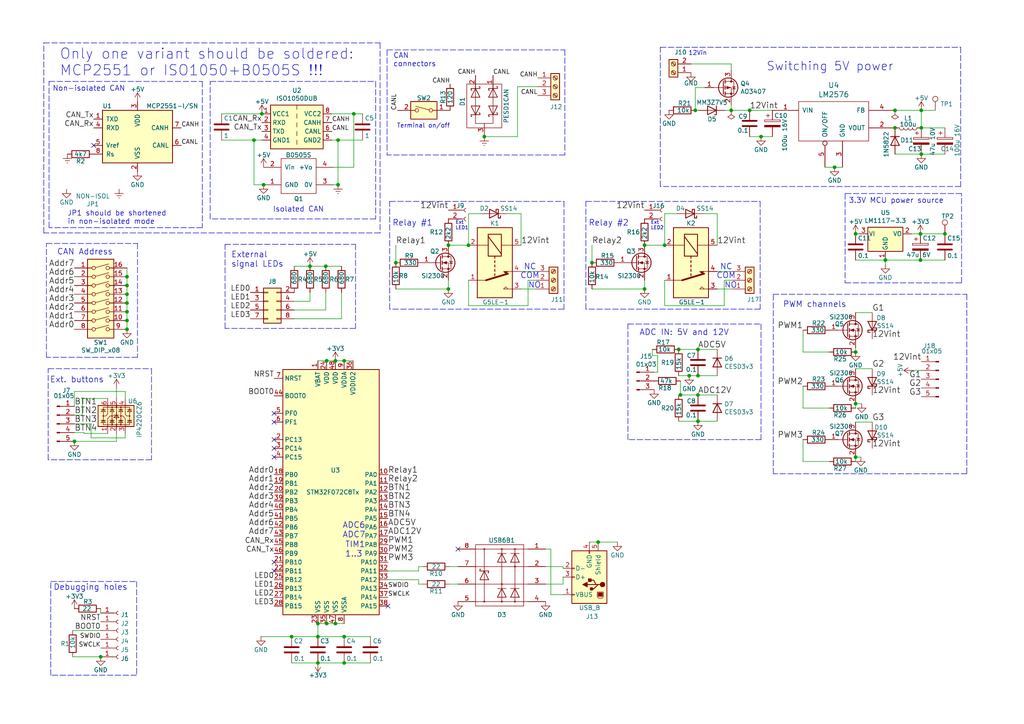
<source format=kicad_sch>
(kicad_sch (version 20211123) (generator eeschema)
  (paper "A4")
  (title_block (title "STM32F0x2 based USB<>CAN converter (isolated)") (company "SAO RAS"))
  (junction (at 36.83 90.424))
  (junction (at 36.83 95.504))
  (junction (at 99.822 192.278))
  (junction (at 201.676 32.004))
  (junction (at 259.588 37.084))
  (junction (at 242.062 48.514))
  (junction (at 36.83 87.884))
  (junction (at 192.786 71.12))
  (junction (at 94.742 104.648))
  (junction (at 92.202 192.278))
  (junction (at 36.83 82.804))
  (junction (at 92.202 180.848))
  (junction (at 220.726 39.624))
  (junction (at 248.158 117.094))
  (junction (at 248.158 102.108))
  (junction (at 266.954 67.818))
  (junction (at 248.158 67.818))
  (junction (at 199.898 108.966))
  (junction (at 21.59 128.016))
  (junction (at 267.208 32.004))
  (junction (at 248.158 132.588))
  (junction (at 102.616 33.02))
  (junction (at 197.358 114.554))
  (junction (at 73.66 40.64))
  (junction (at 173.482 157.226))
  (junction (at 76.454 53.594))
  (junction (at 84.582 184.658))
  (junction (at 99.822 184.658))
  (junction (at 212.09 32.004))
  (junction (at 266.954 75.438))
  (junction (at 29.21 190.5))
  (junction (at 97.282 104.648))
  (junction (at 267.208 37.084))
  (junction (at 259.588 32.004))
  (junction (at 202.438 114.554))
  (junction (at 202.438 101.346))
  (junction (at 217.424 32.004))
  (junction (at 171.704 76.2))
  (junction (at 89.916 77.216))
  (junction (at 267.208 44.704))
  (junction (at 256.794 75.438))
  (junction (at 114.808 76.2))
  (junction (at 36.83 80.264))
  (junction (at 94.742 180.848))
  (junction (at 130.048 83.82))
  (junction (at 36.83 85.344))
  (junction (at 135.89 71.12))
  (junction (at 186.944 83.82))
  (junction (at 196.85 101.346))
  (junction (at 75.946 33.02))
  (junction (at 99.822 104.648))
  (junction (at 98.044 53.594))
  (junction (at 97.282 180.848))
  (junction (at 36.83 92.964))
  (junction (at 92.202 184.658))
  (junction (at 186.944 71.12))
  (junction (at 274.066 67.818))
  (junction (at 140.462 39.624))
  (junction (at 130.048 71.12))
  (junction (at 98.044 40.64))
  (junction (at 94.488 77.216))
  (junction (at 202.438 108.966))
  (junction (at 202.438 122.174))
  (no_connect (at 79.502 130.048))
  (no_connect (at 323.85 199.898))
  (no_connect (at 79.502 163.068))
  (no_connect (at 27.178 42.164))
  (no_connect (at 323.85 193.548))
  (no_connect (at 323.85 180.848))
  (no_connect (at 323.85 187.198))
  (no_connect (at 79.502 165.608))
  (no_connect (at 112.522 175.768))
  (no_connect (at 79.502 127.508))
  (no_connect (at 79.502 122.428))
  (no_connect (at 79.502 119.888))
  (no_connect (at 79.502 132.588))
  (no_connect (at 323.85 217.932))
  (no_connect (at 132.842 159.258))
  (no_connect (at 323.85 205.232))
  (no_connect (at 323.85 211.582))
  (wire (pts (xy 202.438 122.174) (xy 196.85 122.174)))
  (wire (pts (xy 155.956 25.146) (xy 150.114 25.146)))
  (wire (pts (xy 89.916 77.216) (xy 94.488 77.216)))
  (polyline (pts (xy 39.878 70.612) (xy 39.878 103.632)))
  (wire (pts (xy 140.462 39.624) (xy 150.114 39.624)))
  (wire (pts (xy 256.794 76.708) (xy 256.794 75.438)))
  (wire (pts (xy 267.208 44.704) (xy 274.066 44.704)))
  (wire (pts (xy 200.406 18.542) (xy 212.09 18.542)))
  (wire (pts (xy 121.412 164.338) (xy 122.682 164.338)))
  (wire (pts (xy 92.202 184.658) (xy 92.202 180.848)))
  (wire (pts (xy 190.754 107.95) (xy 190.754 103.124)))
  (polyline (pts (xy 39.624 195.834) (xy 14.732 195.834)))
  (wire (pts (xy 197.358 110.49) (xy 197.358 114.554)))
  (wire (pts (xy 153.162 81.28) (xy 153.162 88.646)))
  (polyline (pts (xy 163.83 44.958) (xy 112.268 44.958)))
  (wire (pts (xy 202.438 101.346) (xy 208.026 101.346)))
  (polyline (pts (xy 163.576 89.662) (xy 113.03 89.662)))
  (wire (pts (xy 26.416 122.936) (xy 26.416 127)))
  (wire (pts (xy 196.85 101.346) (xy 202.438 101.346)))
  (polyline (pts (xy 169.926 89.662) (xy 169.926 58.42)))
  (wire (pts (xy 36.83 85.344) (xy 36.83 87.884)))
  (polyline (pts (xy 13.97 133.35) (xy 13.97 106.934)))
  (wire (pts (xy 94.742 180.848) (xy 97.282 180.848)))
  (wire (pts (xy 135.89 71.12) (xy 130.048 71.12)))
  (wire (pts (xy 36.322 127) (xy 36.322 125.73)))
  (wire (pts (xy 217.424 39.624) (xy 220.726 39.624)))
  (wire (pts (xy 163.322 164.846) (xy 163.322 164.338)))
  (wire (pts (xy 249.174 67.818) (xy 248.158 67.818)))
  (polyline (pts (xy 58.674 23.622) (xy 58.674 66.04)))
  (wire (pts (xy 23.876 115.57) (xy 23.876 120.396)))
  (wire (pts (xy 202.438 122.174) (xy 208.026 122.174)))
  (polyline (pts (xy 108.966 63.5) (xy 60.96 63.5)))
  (wire (pts (xy 274.066 67.818) (xy 266.954 67.818)))
  (wire (pts (xy 201.676 32.004) (xy 201.676 25.4)))
  (wire (pts (xy 155.448 81.28) (xy 153.162 81.28)))
  (wire (pts (xy 248.158 102.108) (xy 248.158 100.838)))
  (wire (pts (xy 76.454 53.594) (xy 73.66 53.594)))
  (wire (pts (xy 210.312 32.004) (xy 212.09 32.004)))
  (wire (pts (xy 84.582 192.278) (xy 92.202 192.278)))
  (wire (pts (xy 232.918 127.508) (xy 232.918 133.858)))
  (wire (pts (xy 96.774 48.514) (xy 102.616 48.514)))
  (wire (pts (xy 122.682 169.418) (xy 121.412 169.418)))
  (polyline (pts (xy 103.124 70.866) (xy 103.124 95.25)))
  (wire (pts (xy 99.822 104.648) (xy 102.362 104.648)))
  (polyline (pts (xy 103.124 95.25) (xy 65.278 95.25)))
  (polyline (pts (xy 278.638 13.716) (xy 278.638 54.102)))
  (polyline (pts (xy 112.268 14.478) (xy 163.83 14.478)))
  (wire (pts (xy 31.242 115.57) (xy 23.876 115.57)))
  (polyline (pts (xy 14.224 66.04) (xy 14.224 23.622)))
  (wire (pts (xy 33.782 128.016) (xy 33.782 125.73)))
  (wire (pts (xy 212.09 18.542) (xy 212.09 20.32)))
  (polyline (pts (xy 280.416 137.414) (xy 224.282 137.414)))
  (polyline (pts (xy 163.83 14.478) (xy 163.83 44.958)))
  (wire (pts (xy 159.766 172.466) (xy 159.766 159.258)))
  (wire (pts (xy 173.482 157.226) (xy 179.07 157.226)))
  (wire (pts (xy 264.668 107.442) (xy 267.208 107.442)))
  (wire (pts (xy 121.412 168.148) (xy 112.522 168.148)))
  (wire (pts (xy 85.344 77.216) (xy 89.916 77.216)))
  (wire (pts (xy 92.202 104.648) (xy 94.742 104.648)))
  (wire (pts (xy 21.59 113.538) (xy 36.322 113.538)))
  (polyline (pts (xy 110.236 67.564) (xy 12.7 67.564)))
  (wire (pts (xy 97.282 180.848) (xy 99.822 180.848)))
  (wire (pts (xy 274.066 75.438) (xy 266.954 75.438)))
  (polyline (pts (xy 13.462 103.632) (xy 13.462 70.612)))
  (wire (pts (xy 252.984 106.934) (xy 248.158 106.934)))
  (wire (pts (xy 171.704 83.82) (xy 186.944 83.82)))
  (wire (pts (xy 196.342 61.976) (xy 192.786 61.976)))
  (wire (pts (xy 135.89 88.646) (xy 135.89 81.28)))
  (polyline (pts (xy 182.118 93.98) (xy 220.726 93.98)))
  (wire (pts (xy 208.026 78.74) (xy 212.344 78.74)))
  (wire (pts (xy 151.13 78.74) (xy 155.448 78.74)))
  (polyline (pts (xy 12.7 67.564) (xy 12.7 12.446)))
  (polyline (pts (xy 278.892 82.042) (xy 278.892 56.134)))
  (wire (pts (xy 135.89 61.976) (xy 135.89 71.12)))
  (wire (pts (xy 102.616 33.02) (xy 105.156 33.02)))
  (wire (pts (xy 208.026 61.976) (xy 203.962 61.976)))
  (wire (pts (xy 249.936 117.094) (xy 248.158 117.094)))
  (wire (pts (xy 212.09 32.004) (xy 217.424 32.004)))
  (wire (pts (xy 158.242 159.258) (xy 159.766 159.258)))
  (wire (pts (xy 244.348 48.514) (xy 242.062 48.514)))
  (polyline (pts (xy 113.03 58.42) (xy 163.576 58.42)))
  (wire (pts (xy 114.808 76.2) (xy 114.808 71.12)))
  (polyline (pts (xy 224.282 137.414) (xy 224.282 85.344)))
  (wire (pts (xy 202.438 108.966) (xy 208.026 108.966)))
  (wire (pts (xy 92.202 180.848) (xy 94.742 180.848)))
  (wire (pts (xy 73.66 53.594) (xy 73.66 40.64)))
  (polyline (pts (xy 220.472 58.42) (xy 220.472 89.662)))
  (wire (pts (xy 267.208 32.004) (xy 259.588 32.004)))
  (polyline (pts (xy 110.236 12.446) (xy 110.236 67.564)))
  (polyline (pts (xy 220.726 127.508) (xy 182.118 127.508)))
  (wire (pts (xy 84.582 184.658) (xy 92.202 184.658)))
  (wire (pts (xy 264.414 67.818) (xy 266.954 67.818)))
  (polyline (pts (xy 65.278 95.25) (xy 65.278 70.866)))
  (polyline (pts (xy 182.118 127.508) (xy 182.118 93.98)))
  (wire (pts (xy 153.162 88.646) (xy 135.89 88.646)))
  (wire (pts (xy 202.438 108.966) (xy 199.898 108.966)))
  (wire (pts (xy 64.262 33.02) (xy 75.946 33.02)))
  (polyline (pts (xy 112.268 14.478) (xy 112.268 44.958)))
  (wire (pts (xy 102.616 48.514) (xy 102.616 33.02)))
  (wire (pts (xy 89.916 87.376) (xy 89.916 84.836)))
  (wire (pts (xy 170.942 157.226) (xy 173.482 157.226)))
  (wire (pts (xy 210.058 88.646) (xy 192.786 88.646)))
  (wire (pts (xy 232.918 95.758) (xy 232.918 102.108)))
  (wire (pts (xy 232.918 112.014) (xy 232.918 118.364)))
  (wire (pts (xy 232.918 133.858) (xy 240.538 133.858)))
  (wire (pts (xy 36.83 90.424) (xy 36.83 92.964)))
  (wire (pts (xy 98.044 53.594) (xy 96.774 53.594)))
  (wire (pts (xy 94.742 104.648) (xy 97.282 104.648)))
  (wire (pts (xy 151.13 61.976) (xy 147.066 61.976)))
  (wire (pts (xy 163.322 169.418) (xy 163.322 167.386)))
  (wire (pts (xy 155.448 83.82) (xy 151.13 83.82)))
  (wire (pts (xy 121.412 165.608) (xy 121.412 164.338)))
  (wire (pts (xy 75.692 184.658) (xy 84.582 184.658)))
  (wire (pts (xy 121.412 169.418) (xy 121.412 168.148)))
  (wire (pts (xy 232.918 118.364) (xy 240.538 118.364)))
  (wire (pts (xy 29.21 176.53) (xy 29.21 177.8)))
  (polyline (pts (xy 191.516 13.716) (xy 278.638 13.716)))
  (wire (pts (xy 189.23 103.124) (xy 189.23 101.346)))
  (wire (pts (xy 199.898 108.966) (xy 196.85 108.966)))
  (polyline (pts (xy 39.624 168.656) (xy 39.624 195.834)))
  (polyline (pts (xy 169.926 58.42) (xy 220.472 58.42)))
  (wire (pts (xy 274.066 37.084) (xy 267.208 37.084)))
  (wire (pts (xy 21.59 117.856) (xy 21.59 113.538)))
  (wire (pts (xy 36.83 80.264) (xy 36.83 82.804)))
  (wire (pts (xy 171.704 76.2) (xy 171.704 71.12)))
  (polyline (pts (xy 191.516 54.102) (xy 191.516 13.716)))
  (wire (pts (xy 158.242 169.418) (xy 163.322 169.418)))
  (wire (pts (xy 73.66 40.64) (xy 75.946 40.64)))
  (wire (pts (xy 33.782 112.522) (xy 33.782 115.57)))
  (polyline (pts (xy 278.892 56.134) (xy 245.11 56.134)))
  (wire (pts (xy 98.044 40.64) (xy 98.044 53.594)))
  (polyline (pts (xy 13.97 106.934) (xy 43.942 106.934)))
  (polyline (pts (xy 220.726 93.98) (xy 220.726 127.508)))
  (wire (pts (xy 85.344 89.916) (xy 94.488 89.916)))
  (wire (pts (xy 150.114 25.146) (xy 150.114 39.624)))
  (wire (pts (xy 21.59 128.016) (xy 33.782 128.016)))
  (wire (pts (xy 232.918 102.108) (xy 240.538 102.108)))
  (polyline (pts (xy 58.674 66.04) (xy 14.224 66.04)))
  (polyline (pts (xy 13.462 70.612) (xy 39.878 70.612)))
  (wire (pts (xy 202.438 114.554) (xy 208.026 114.554)))
  (wire (pts (xy 201.676 25.4) (xy 204.47 25.4)))
  (wire (pts (xy 217.424 32.004) (xy 224.028 32.004)))
  (wire (pts (xy 192.786 88.646) (xy 192.786 81.28)))
  (wire (pts (xy 36.83 77.724) (xy 36.83 80.264)))
  (polyline (pts (xy 14.732 168.656) (xy 39.624 168.656)))
  (wire (pts (xy 202.692 32.004) (xy 201.676 32.004)))
  (wire (pts (xy 112.522 165.608) (xy 121.412 165.608)))
  (wire (pts (xy 220.726 39.624) (xy 224.028 39.624)))
  (wire (pts (xy 26.416 127) (xy 36.322 127)))
  (wire (pts (xy 64.262 40.64) (xy 73.66 40.64)))
  (polyline (pts (xy 43.942 106.934) (xy 43.942 133.35)))
  (wire (pts (xy 92.202 184.658) (xy 99.822 184.658)))
  (polyline (pts (xy 12.7 12.446) (xy 110.236 12.446)))
  (polyline (pts (xy 278.638 54.102) (xy 191.516 54.102)))
  (wire (pts (xy 31.242 125.73) (xy 24.384 125.73)))
  (wire (pts (xy 114.808 83.82) (xy 130.048 83.82)))
  (wire (pts (xy 212.344 81.28) (xy 210.058 81.28)))
  (wire (pts (xy 94.488 89.916) (xy 94.488 84.836)))
  (wire (pts (xy 96.266 40.64) (xy 98.044 40.64)))
  (wire (pts (xy 212.344 83.82) (xy 208.026 83.82)))
  (wire (pts (xy 192.786 71.12) (xy 186.944 71.12)))
  (polyline (pts (xy 14.732 195.834) (xy 14.732 168.656)))
  (wire (pts (xy 252.984 90.678) (xy 248.158 90.678)))
  (polyline (pts (xy 163.576 58.42) (xy 163.576 89.662)))
  (wire (pts (xy 107.442 192.278) (xy 99.822 192.278)))
  (polyline (pts (xy 60.96 63.5) (xy 60.96 23.622)))
  (polyline (pts (xy 39.878 103.632) (xy 13.462 103.632)))
  (polyline (pts (xy 60.96 23.622) (xy 108.966 23.622)))
  (wire (pts (xy 36.83 87.884) (xy 36.83 90.424)))
  (wire (pts (xy 85.344 87.376) (xy 89.916 87.376)))
  (polyline (pts (xy 224.282 85.344) (xy 280.416 85.344)))
  (polyline (pts (xy 113.03 89.662) (xy 113.03 58.42)))
  (wire (pts (xy 97.282 104.648) (xy 99.822 104.648)))
  (polyline (pts (xy 43.942 133.35) (xy 13.97 133.35)))
  (wire (pts (xy 130.302 164.338) (xy 132.842 164.338)))
  (wire (pts (xy 163.322 172.466) (xy 159.766 172.466)))
  (wire (pts (xy 248.158 75.438) (xy 256.794 75.438)))
  (wire (pts (xy 36.322 113.538) (xy 36.322 115.57)))
  (wire (pts (xy 21.59 125.476) (xy 24.384 125.476)))
  (wire (pts (xy 21.082 190.5) (xy 29.21 190.5)))
  (polyline (pts (xy 14.224 23.622) (xy 58.674 23.622)))
  (wire (pts (xy 99.822 184.658) (xy 107.442 184.658)))
  (wire (pts (xy 212.09 32.004) (xy 212.09 30.48)))
  (wire (pts (xy 99.06 92.456) (xy 85.344 92.456)))
  (wire (pts (xy 36.83 92.964) (xy 36.83 95.504)))
  (wire (pts (xy 26.416 122.936) (xy 21.59 122.936)))
  (wire (pts (xy 130.048 83.82) (xy 130.048 81.28)))
  (polyline (pts (xy 245.11 56.134) (xy 245.11 82.042)))
  (wire (pts (xy 271.272 32.004) (xy 267.208 32.004)))
  (polyline (pts (xy 220.472 89.662) (xy 169.926 89.662)))
  (wire (pts (xy 29.21 182.88) (xy 21.082 182.88)))
  (wire (pts (xy 96.266 33.02) (xy 102.616 33.02)))
  (wire (pts (xy 210.058 81.28) (xy 210.058 88.646)))
  (wire (pts (xy 94.488 77.216) (xy 99.06 77.216)))
  (wire (pts (xy 248.158 133.858) (xy 248.158 132.588)))
  (wire (pts (xy 24.384 125.73) (xy 24.384 125.476)))
  (wire (pts (xy 256.794 75.438) (xy 266.954 75.438)))
  (polyline (pts (xy 245.11 82.042) (xy 278.892 82.042)))
  (wire (pts (xy 36.83 82.804) (xy 36.83 85.344)))
  (wire (pts (xy 189.738 107.95) (xy 190.754 107.95)))
  (wire (pts (xy 186.944 83.82) (xy 186.944 81.28)))
  (wire (pts (xy 190.754 103.124) (xy 189.23 103.124)))
  (wire (pts (xy 249.682 132.588) (xy 248.158 132.588)))
  (wire (pts (xy 242.062 48.514) (xy 239.268 48.514)))
  (wire (pts (xy 252.984 122.428) (xy 248.158 122.428)))
  (polyline (pts (xy 280.416 85.344) (xy 280.416 137.414)))
  (wire (pts (xy 99.06 84.836) (xy 99.06 92.456)))
  (wire (pts (xy 197.358 114.554) (xy 202.438 114.554)))
  (wire (pts (xy 92.202 192.278) (xy 99.822 192.278)))
  (wire (pts (xy 248.158 118.364) (xy 248.158 117.094)))
  (wire (pts (xy 163.322 164.338) (xy 158.242 164.338)))
  (wire (pts (xy 139.446 61.976) (xy 135.89 61.976)))
  (wire (pts (xy 267.208 44.704) (xy 259.588 44.704)))
  (wire (pts (xy 132.842 169.418) (xy 130.302 169.418)))
  (polyline (pts (xy 65.278 70.866) (xy 103.124 70.866)))
  (wire (pts (xy 208.026 71.12) (xy 208.026 61.976)))
  (polyline (pts (xy 108.966 23.622) (xy 108.966 63.5)))
  (wire (pts (xy 196.85 114.554) (xy 197.358 114.554)))
  (wire (pts (xy 267.208 37.084) (xy 267.208 32.004)))
  (wire (pts (xy 23.876 120.396) (xy 21.59 120.396)))
  (wire (pts (xy 105.156 40.64) (xy 98.044 40.64)))
  (wire (pts (xy 192.786 61.976) (xy 192.786 71.12)))
  (wire (pts (xy 151.13 71.12) (xy 151.13 61.976)))
  (text "3.3V MCU power source" (at 246.126 59.182 0) (effects (font (size 1.524 1.524)) (justify left bottom)))
  (text "NO" (at 210.058 83.82 0) (effects (font (size 1.7018 1.7018)) (justify left bottom)))
  (text "Ext\nLED2" (at 188.722 66.802 0) (effects (font (size 0.9906 0.9906)) (justify left bottom)))
  (text "Relay #1" (at 113.792 65.786 0) (effects (font (size 1.7018 1.7018)) (justify left bottom)))
  (text "NC" (at 208.788 78.486 0) (effects (font (size 1.7018 1.7018)) (justify left bottom)))
  (text "Ext\nLED1" (at 132.08 66.802 0) (effects (font (size 0.9906 0.9906)) (justify left bottom)))
  (text "Isolated CAN" (at 93.98 61.722 180) (effects (font (size 1.524 1.524)) (justify right bottom)))
  (text "ADC6\nADC7" (at 99.314 156.21 0) (effects (font (size 1.7018 1.7018)) (justify left bottom)))
  (text "External\nsignal LEDs" (at 67.056 77.724 0) (effects (font (size 1.7018 1.7018)) (justify left bottom)))
  (text "CAN\nconnectors" (at 114.046 19.558 0) (effects (font (size 1.4986 1.4986)) (justify left bottom)))
  (text "NC" (at 151.892 78.486 0) (effects (font (size 1.7018 1.7018)) (justify left bottom)))
  (text "Ext. buttons" (at 14.478 111.252 0) (effects (font (size 1.7018 1.7018)) (justify left bottom)))
  (text "TIM1\n1..3" (at 100.076 161.798 0) (effects (font (size 1.7018 1.7018)) (justify left bottom)))
  (text "CAN Address" (at 16.51 74.168 0) (effects (font (size 1.7018 1.7018)) (justify left bottom)))
  (text "Relay #2" (at 170.688 65.786 0) (effects (font (size 1.7018 1.7018)) (justify left bottom)))
  (text "Non-isolated CAN" (at 36.322 26.67 180) (effects (font (size 1.524 1.524)) (justify right bottom)))
  (text "Debugging holes" (at 15.494 171.45 0) (effects (font (size 1.7018 1.7018)) (justify left bottom)))
  (text "COM" (at 150.876 81.026 0) (effects (font (size 1.7018 1.7018)) (justify left bottom)))
  (text "ADC IN: 5V and 12V" (at 185.42 97.536 0) (effects (font (size 1.7018 1.7018)) (justify left bottom)))
  (text "NO" (at 153.162 83.82 0) (effects (font (size 1.7018 1.7018)) (justify left bottom)))
  (text "Only one variant should be soldered:\nMCP2551 or ISO1050+B0505S !!!" (at 17.272 22.352 0) (effects (font (size 2.9972 2.9972)) (justify left bottom)))
  (text "PWM channels" (at 227.076 89.408 0) (effects (font (size 1.7018 1.7018)) (justify left bottom)))
  (text "JP1 should be shortened \nin non-isolated mode" (at 19.558 65.278 0) (effects (font (size 1.4986 1.4986)) (justify left bottom)))
  (text "Switching 5V power" (at 222.25 20.828 0) (effects (font (size 2.4892 2.4892)) (justify left bottom)))
  (text "12Vin" (at 199.644 16.256 0) (effects (font (size 1.27 1.27)) (justify left bottom)))
  (text "Terminal on/off" (at 115.062 37.338 0) (effects (font (size 1.27 1.27)) (justify left bottom)))
  (text "COM" (at 207.772 81.026 0) (effects (font (size 1.7018 1.7018)) (justify left bottom)))
  (label "SWDIO" (at 29.21 185.42 180))
  (label "ADC5V" (at 202.438 101.346 0) (effects (font (size 1.7018 1.7018))))
  (label "BTN3" (at 112.522 147.828 0) (effects (font (size 1.7018 1.7018))))
  (label "12Vint" (at 252.984 114.554 0) (effects (font (size 1.7018 1.7018))))
  (label "Addr3" (at 79.502 145.288 180) (effects (font (size 1.7018 1.7018))))
  (label "CANL" (at 155.956 27.686 180))
  (label "Relay1" (at 112.522 137.668 0) (effects (font (size 1.7018 1.7018))))
  (label "12Vint" (at 186.944 60.96 180) (effects (font (size 1.7018 1.7018))))
  (label "CANL" (at 115.316 32.004 90))
  (label "PWM1" (at 112.522 157.988 0) (effects (font (size 1.7018 1.7018))))
  (label "CANH" (at 137.922 21.844 180))
  (label "CAN_Rx" (at 27.178 37.084 180) (effects (font (size 1.524 1.524))))
  (label "LED3" (at 72.644 92.456 180) (effects (font (size 1.524 1.524))))
  (label "G2" (at 267.208 112.522 180) (effects (font (size 1.7018 1.7018))))
  (label "Addr1" (at 21.59 92.964 180) (effects (font (size 1.7018 1.7018))))
  (label "CANL" (at 96.266 38.1 0))
  (label "Addr7" (at 21.59 77.724 180) (effects (font (size 1.7018 1.7018))))
  (label "LED1" (at 79.502 170.688 180) (effects (font (size 1.524 1.524))))
  (label "PWM3" (at 112.522 163.068 0) (effects (font (size 1.7018 1.7018))))
  (label "G1" (at 267.208 109.982 180) (effects (font (size 1.7018 1.7018))))
  (label "ADC5V" (at 112.522 152.908 0) (effects (font (size 1.7018 1.7018))))
  (label "Addr0" (at 21.59 95.504 180) (effects (font (size 1.7018 1.7018))))
  (label "Addr6" (at 79.502 152.908 180) (effects (font (size 1.7018 1.7018))))
  (label "PWM2" (at 112.522 160.528 0) (effects (font (size 1.7018 1.7018))))
  (label "NRST" (at 79.502 109.728 180) (effects (font (size 1.524 1.524))))
  (label "PWM1" (at 232.918 95.758 180) (effects (font (size 1.7018 1.7018))))
  (label "Relay1" (at 114.808 71.12 0) (effects (font (size 1.7018 1.7018))))
  (label "12Vint" (at 208.026 71.12 0) (effects (font (size 1.7018 1.7018))))
  (label "Addr5" (at 21.59 82.804 180) (effects (font (size 1.7018 1.7018))))
  (label "G2" (at 252.984 106.934 0) (effects (font (size 1.7018 1.7018))))
  (label "Addr3" (at 21.59 87.884 180) (effects (font (size 1.7018 1.7018))))
  (label "BTN2" (at 112.522 145.288 0) (effects (font (size 1.7018 1.7018))))
  (label "12Vint" (at 252.984 98.298 0) (effects (font (size 1.7018 1.7018))))
  (label "PWM3" (at 232.918 127.508 180) (effects (font (size 1.7018 1.7018))))
  (label "CANL" (at 52.578 42.164 0))
  (label "LED3" (at 79.502 175.768 180) (effects (font (size 1.524 1.524))))
  (label "CAN_Tx" (at 75.946 38.1 180) (effects (font (size 1.524 1.524))))
  (label "PWM2" (at 232.918 112.014 180) (effects (font (size 1.7018 1.7018))))
  (label "Addr2" (at 21.59 90.424 180) (effects (font (size 1.7018 1.7018))))
  (label "SWDIO" (at 112.522 170.688 0))
  (label "BOOT0" (at 79.502 114.808 180) (effects (font (size 1.524 1.524))))
  (label "LED2" (at 79.502 173.228 180) (effects (font (size 1.524 1.524))))
  (label "CAN_Tx" (at 27.178 34.544 180) (effects (font (size 1.524 1.524))))
  (label "BTN4" (at 21.59 125.476 0) (effects (font (size 1.7018 1.7018))))
  (label "BTN2" (at 21.59 120.396 0) (effects (font (size 1.7018 1.7018))))
  (label "Addr7" (at 79.502 155.448 180) (effects (font (size 1.7018 1.7018))))
  (label "LED1" (at 72.644 87.376 180) (effects (font (size 1.524 1.524))))
  (label "BTN4" (at 112.522 150.368 0) (effects (font (size 1.7018 1.7018))))
  (label "G3" (at 252.984 122.428 0) (effects (font (size 1.7018 1.7018))))
  (label "CANL" (at 143.002 21.844 0))
  (label "CAN_Tx" (at 79.502 160.528 180) (effects (font (size 1.524 1.524))))
  (label "12Vint" (at 130.048 60.96 180) (effects (font (size 1.7018 1.7018))))
  (label "CANH" (at 96.266 35.56 0))
  (label "Addr1" (at 79.502 140.208 180) (effects (font (size 1.7018 1.7018))))
  (label "ADC12V" (at 202.438 114.554 0) (effects (font (size 1.7018 1.7018))))
  (label "G1" (at 252.984 90.678 0) (effects (font (size 1.7018 1.7018))))
  (label "Addr4" (at 21.59 85.344 180) (effects (font (size 1.7018 1.7018))))
  (label "BOOT0" (at 29.21 182.88 180) (effects (font (size 1.524 1.524))))
  (label "12Vint" (at 151.13 71.12 0) (effects (font (size 1.7018 1.7018))))
  (label "BTN1" (at 21.59 117.856 0) (effects (font (size 1.7018 1.7018))))
  (label "Relay2" (at 112.522 140.208 0) (effects (font (size 1.7018 1.7018))))
  (label "CANH" (at 52.578 37.084 0))
  (label "ADC12V" (at 112.522 155.448 0) (effects (font (size 1.7018 1.7018))))
  (label "SWCLK" (at 112.522 173.228 0))
  (label "CANH" (at 155.956 22.606 180))
  (label "NRST" (at 29.21 180.34 180) (effects (font (size 1.524 1.524))))
  (label "Relay2" (at 171.704 71.12 0) (effects (font (size 1.7018 1.7018))))
  (label "Addr6" (at 21.59 80.264 180) (effects (font (size 1.7018 1.7018))))
  (label "12Vint" (at 267.208 104.902 180) (effects (font (size 1.7018 1.7018))))
  (label "Addr2" (at 79.502 142.748 180) (effects (font (size 1.7018 1.7018))))
  (label "Addr0" (at 79.502 137.668 180) (effects (font (size 1.7018 1.7018))))
  (label "LED2" (at 72.644 89.916 180) (effects (font (size 1.524 1.524))))
  (label "LED0" (at 79.502 168.148 180) (effects (font (size 1.524 1.524))))
  (label "CAN_Rx" (at 79.502 157.988 180) (effects (font (size 1.524 1.524))))
  (label "12Vint" (at 252.984 130.048 0) (effects (font (size 1.7018 1.7018))))
  (label "Addr4" (at 79.502 147.828 180) (effects (font (size 1.7018 1.7018))))
  (label "LED0" (at 72.644 84.836 180) (effects (font (size 1.524 1.524))))
  (label "Addr5" (at 79.502 150.368 180) (effects (font (size 1.7018 1.7018))))
  (label "12Vint" (at 217.424 32.004 0) (effects (font (size 1.7018 1.7018))))
  (label "BTN1" (at 112.522 142.748 0) (effects (font (size 1.7018 1.7018))))
  (label "SWCLK" (at 29.21 187.96 180))
  (label "CAN_Rx" (at 75.946 35.56 180) (effects (font (size 1.524 1.524))))
  (label "CANH" (at 130.556 24.384 180))
  (label "BTN3" (at 21.59 122.936 0) (effects (font (size 1.7018 1.7018))))
  (label "G3" (at 267.208 115.062 180) (effects (font (size 1.7018 1.7018))))
  (symbol (lib_id "stm32-rescue:C") (at 84.582 188.468 0) (unit 1)
    (property "Reference" "C2" (at 85.217 185.928 0) (effects (justify left)))
    (property "Value" "0.1" (at 85.217 191.008 0) (effects (justify left)))
    (property "Footprint" "Capacitor_SMD:C_0603_1608Metric_Pad1.05x0.95mm_HandSolder" (effects hide))
  )
  (symbol (lib_id "stm32-rescue:MCP2551-I_SN") (at 39.878 39.624 0) (unit 1)
    (property "Reference" "U1" (at 29.718 30.734 0) (effects (justify left)))
    (property "Value" "MCP2551-I/SN" (at 42.418 30.734 0) (effects (justify left)))
    (property "Footprint" "Package_SO:SOIC-8_3.9x4.9mm_P1.27mm" (effects hide))
  )
  (symbol (lib_id "stm32-rescue:+5V") (at 248.158 67.818 0) (unit 1)
    (property "Reference" "#PWR033" (effects hide))
    (property "Value" "+5V" (at 248.158 64.262 0))
  )
  (symbol (lib_id "stm32-rescue:GND") (at 256.794 76.708 0) (unit 1)
    (property "Reference" "#PWR037" (effects hide))
    (property "Value" "GND" (at 256.794 80.518 0))
  )
  (symbol (lib_id "stm32-rescue:CP") (at 266.954 71.628 0) (unit 1)
    (property "Reference" "C12" (at 267.589 69.088 0) (effects (justify left)))
    (property "Value" "47u 6V" (at 262.89 73.914 0) (effects (justify left)))
    (property "Footprint" "Capacitor_Tantalum_SMD:CP_EIA-3216-18_Kemet-A_Pad1.58x1.35mm_HandSolder" (effects hide))
  )
  (symbol (lib_id "stm32-rescue:+3.3V") (at 266.954 67.818 0) (unit 1)
    (property "Reference" "#PWR039" (effects hide))
    (property "Value" "+3.3V" (at 266.954 64.262 0))
  )
  (symbol (lib_id "elements:PESD1CAN") (at 143.002 29.464 270) (unit 1)
    (property "Reference" "D1" (at 134.112 29.464 0))
    (property "Value" "PESD1CAN" (at 146.812 30.734 0))
    (property "Footprint" "TO_SOT_Packages_SMD:SOT-23" (effects hide))
  )
  (symbol (lib_id "stm32-rescue:+5V") (at 39.878 29.464 0) (unit 1)
    (property "Reference" "#PWR07" (effects hide))
    (property "Value" "+5V" (at 39.878 25.908 0))
  )
  (symbol (lib_id "stm32-rescue:R") (at 23.368 44.704 270) (unit 1)
    (property "Reference" "R2" (at 23.368 46.736 90))
    (property "Value" "4k7" (at 23.368 44.704 90))
    (property "Footprint" "Resistor_SMD:R_0603_1608Metric_Pad1.05x0.95mm_HandSolder" (effects hide))
  )
  (symbol (lib_id "stm32-rescue:R") (at 130.556 28.194 180) (unit 1)
    (property "Reference" "R13" (at 128.524 28.194 90))
    (property "Value" "120" (at 130.556 28.194 90))
    (property "Footprint" "Resistor_SMD:R_1210_3225Metric_Pad1.42x2.65mm_HandSolder" (effects hide))
  )
  (symbol (lib_id "stm32-rescue:C") (at 92.202 188.468 0) (unit 1)
    (property "Reference" "C3" (at 92.837 185.928 0) (effects (justify left)))
    (property "Value" "0.1" (at 92.837 191.008 0) (effects (justify left)))
    (property "Footprint" "Capacitor_SMD:C_0603_1608Metric_Pad1.05x0.95mm_HandSolder" (effects hide))
  )
  (symbol (lib_id "stm32-rescue:C") (at 99.822 188.468 0) (unit 1)
    (property "Reference" "C4" (at 100.457 185.928 0) (effects (justify left)))
    (property "Value" "0.1" (at 100.457 191.008 0) (effects (justify left)))
    (property "Footprint" "Capacitor_SMD:C_0603_1608Metric_Pad1.05x0.95mm_HandSolder" (effects hide))
  )
  (symbol (lib_id "elements:USB6B1") (at 145.542 166.878 0) (mirror y) (unit 1)
    (property "Reference" "D3" (at 145.542 178.308 0))
    (property "Value" "USB6B1" (at 145.542 156.718 0))
    (property "Footprint" "Package_SO:SOIC-8_3.9x4.9mm_P1.27mm" (effects hide))
  )
  (symbol (lib_id "stm32-rescue:+3.3V") (at 92.202 192.278 180) (unit 1)
    (property "Reference" "#PWR015" (effects hide))
    (property "Value" "+3.3V" (at 92.202 195.834 0))
  )
  (symbol (lib_id "stm32-rescue:GND") (at 75.692 184.658 0) (unit 1)
    (property "Reference" "#PWR010" (effects hide))
    (property "Value" "GND" (at 75.692 188.468 0))
  )
  (symbol (lib_id "stm32-rescue:GND") (at 132.842 174.498 0) (unit 1)
    (property "Reference" "#PWR019" (effects hide))
    (property "Value" "GND" (at 132.842 178.308 0))
  )
  (symbol (lib_id "stm32-rescue:C") (at 107.442 188.468 0) (unit 1)
    (property "Reference" "C6" (at 108.077 185.928 0) (effects (justify left)))
    (property "Value" "0.1" (at 108.077 191.008 0) (effects (justify left)))
    (property "Footprint" "Capacitor_SMD:C_0603_1608Metric_Pad1.05x0.95mm_HandSolder" (effects hide))
  )
  (symbol (lib_id "stm32-rescue:PWR_FLAG") (at 259.588 32.004 180) (unit 1)
    (property "Reference" "#FLG03" (effects hide))
    (property "Value" "PWR_FLAG" (effects hide))
  )
  (symbol (lib_id "stm32-rescue:GND") (at 158.242 174.498 0) (unit 1)
    (property "Reference" "#PWR021" (effects hide))
    (property "Value" "GND" (at 158.242 178.308 0))
  )
  (symbol (lib_id "stm32-rescue:CONN_01X01") (at 328.93 180.848 0) (unit 1)
    (property "Reference" "P1" (at 328.93 178.308 0))
    (property "Value" "Hole" (at 331.47 180.848 90))
    (property "Footprint" "my_footprints:Hole_3mm" (effects hide))
  )
  (symbol (lib_id "stm32-rescue:CONN_01X01") (at 328.93 187.198 0) (unit 1)
    (property "Reference" "P2" (at 328.93 184.658 0))
    (property "Value" "Hole" (at 331.47 187.198 90))
    (property "Footprint" "my_footprints:Hole_3mm" (effects hide))
  )
  (symbol (lib_id "stm32-rescue:CONN_01X01") (at 328.93 193.548 0) (unit 1)
    (property "Reference" "P3" (at 328.93 191.008 0))
    (property "Value" "Hole" (at 331.47 193.548 90))
    (property "Footprint" "my_footprints:Hole_3mm" (effects hide))
  )
  (symbol (lib_id "stm32-rescue:CONN_01X01") (at 328.93 199.898 0) (unit 1)
    (property "Reference" "P4" (at 328.93 197.358 0))
    (property "Value" "Hole" (at 331.47 199.898 90))
    (property "Footprint" "my_footprints:Hole_3mm" (effects hide))
  )
  (symbol (lib_id "stm32-rescue:R") (at 126.492 164.338 270) (unit 1)
    (property "Reference" "R10" (at 126.492 166.37 90))
    (property "Value" "22" (at 126.492 164.338 90))
    (property "Footprint" "Resistor_SMD:R_0603_1608Metric_Pad1.05x0.95mm_HandSolder" (effects hide))
  )
  (symbol (lib_id "stm32-rescue:R") (at 126.492 169.418 270) (unit 1)
    (property "Reference" "R11" (at 126.492 171.45 90))
    (property "Value" "22" (at 126.492 169.418 90))
    (property "Footprint" "Resistor_SMD:R_0603_1608Metric_Pad1.05x0.95mm_HandSolder" (effects hide))
  )
  (symbol (lib_id "Interface_CAN_LIN:ISO1050DUB") (at 86.106 35.56 0) (unit 1)
    (property "Reference" "U2" (at 86.106 26.2382 0))
    (property "Value" "ISO1050DUB" (at 86.106 28.5496 0))
    (property "Footprint" "Package_SO:SOP-8_6.62x9.15mm_P2.54mm" (effects hide))
    (property "Datasheet" "http://www.ti.com/lit/ds/symlink/iso1050.pdf" (effects hide))
  )
  (symbol (lib_id "elements:B0505S") (at 86.614 51.054 0) (unit 1)
    (property "Reference" "Q1" (at 86.614 57.658 0))
    (property "Value" "B0505S" (at 86.614 44.958 0))
    (property "Footprint" "my_footprints:B0x0xS" (effects hide))
  )
  (symbol (lib_id "Connector:USB_B") (at 170.942 167.386 180) (unit 1)
    (property "Reference" "J13" (at 169.926 178.816 0) (effects (justify right)))
    (property "Value" "USB_B" (at 167.894 176.276 0) (effects (justify right)))
    (property "Footprint" "Connectors_USB:USB_B_OST_USB-B1HSxx_Horizontal" (effects hide))
    (property "Datasheet" " ~" (effects hide))
  )
  (symbol (lib_id "stm32-rescue:GND") (at 179.07 157.226 0) (unit 1)
    (property "Reference" "#PWR024" (effects hide))
    (property "Value" "GND" (at 179.07 161.036 0))
  )
  (symbol (lib_id "MCU_ST_STM32F0:STM32F072C8Tx") (at 97.282 142.748 0) (unit 1)
    (property "Reference" "U3" (at 97.282 136.398 0))
    (property "Value" "STM32F072C8Tx" (at 96.52 142.748 0))
    (property "Footprint" "Package_QFP:LQFP-48_7x7mm_P0.5mm" (effects hide))
    (property "Datasheet" "http://www.st.com/st-web-ui/static/active/en/resource/technical/document/datasheet/DM00090510.pdf" (effects hide))
  )
  (symbol (lib_id "stm32-rescue:+3.3V") (at 97.282 104.648 0) (unit 1)
    (property "Reference" "#PWR016" (effects hide))
    (property "Value" "+3.3V" (at 97.282 101.092 0))
  )
  (symbol (lib_id "Connector:Screw_Terminal_01x03") (at 161.036 25.146 0) (unit 1)
    (property "Reference" "J12" (at 159.512 30.988 0) (effects (justify left)))
    (property "Value" "Screw_Terminal_01x03" (effects hide))
    (property "Footprint" "TerminalBlock_Phoenix:TerminalBlock_Phoenix_MKDS-1,5-3_1x03_P5.00mm_Horizontal" (effects hide))
  )
  (symbol (lib_id "stm32-rescue:C") (at 274.066 71.628 0) (unit 1)
    (property "Reference" "C15" (at 274.701 69.088 0) (effects (justify left)))
    (property "Value" "0.1" (at 274.701 74.168 0) (effects (justify left)))
    (property "Footprint" "Capacitor_SMD:C_0603_1608Metric_Pad1.05x0.95mm_HandSolder" (effects hide))
  )
  (symbol (lib_id "Switch:SW_DIP_x01") (at 122.936 32.004 0) (mirror y) (unit 1)
    (property "Reference" "SW2" (at 122.936 28.448 0))
    (property "Value" "SW_DIP_x01" (effects hide))
    (property "Footprint" "Button_Switch_THT:SW_DIP_SPSTx01_Slide_6.7x4.1mm_W7.62mm_P2.54mm_LowProfile" (effects hide))
  )
  (symbol (lib_id "stm32-rescue:+5V") (at 76.454 48.514 0) (unit 1)
    (property "Reference" "#PWR012" (effects hide))
    (property "Value" "+5V" (at 76.454 44.958 0))
  )
  (symbol (lib_id "stm32-rescue:+5V") (at 75.946 33.02 0) (unit 1)
    (property "Reference" "#PWR011" (effects hide))
    (property "Value" "+5V" (at 75.946 29.464 0))
  )
  (symbol (lib_id "stm32-rescue:+5V") (at 267.208 32.004 0) (unit 1)
    (property "Reference" "#PWR040" (effects hide))
    (property "Value" "+5V" (at 267.208 28.448 0))
  )
  (symbol (lib_id "Regulator_Linear:LM1117-3.3") (at 256.794 67.818 0) (unit 1)
    (property "Reference" "U5" (at 256.794 61.6712 0))
    (property "Value" "LM1117-3.3" (at 256.794 63.9826 0))
    (property "Footprint" "TO_SOT_Packages_SMD:SOT-223-3_TabPin2" (effects hide))
    (property "Datasheet" "http://www.ti.com/lit/ds/symlink/lm1117.pdf" (effects hide))
  )
  (symbol (lib_id "stm32-rescue:C") (at 248.158 71.628 0) (unit 1)
    (property "Reference" "C11" (at 248.793 69.088 0) (effects (justify left)))
    (property "Value" "0.1" (at 248.793 74.168 0) (effects (justify left)))
    (property "Footprint" "Capacitor_SMD:C_0603_1608Metric_Pad1.05x0.95mm_HandSolder" (effects hide))
  )
  (symbol (lib_id "stm32-rescue:C") (at 105.156 36.83 0) (unit 1)
    (property "Reference" "C5" (at 105.791 34.29 0) (effects (justify left)))
    (property "Value" "1" (at 105.791 39.37 0) (effects (justify left)))
    (property "Footprint" "Capacitor_SMD:C_0805_2012Metric_Pad1.15x1.40mm_HandSolder" (effects hide))
  )
  (symbol (lib_id "stm32-rescue:C") (at 64.262 36.83 0) (unit 1)
    (property "Reference" "C1" (at 64.897 34.29 0) (effects (justify left)))
    (property "Value" "1" (at 64.897 39.37 0) (effects (justify left)))
    (property "Footprint" "Capacitor_SMD:C_0805_2012Metric_Pad1.15x1.40mm_HandSolder" (effects hide))
  )
  (symbol (lib_id "Device:Jumper") (at 26.924 54.864 0) (unit 1)
    (property "Reference" "JP1" (at 26.924 59.182 0))
    (property "Value" "NON-ISOL" (at 26.924 56.896 0))
    (property "Footprint" "Resistor_THT:R_Axial_DIN0207_L6.3mm_D2.5mm_P5.08mm_Vertical" (effects hide))
  )
  (symbol (lib_id "stm32-rescue:GND") (at 19.304 54.864 0) (unit 1)
    (property "Reference" "#PWR01" (effects hide))
    (property "Value" "GND" (at 19.304 58.674 0))
  )
  (symbol (lib_id "power:Earth") (at 34.544 54.864 0) (unit 1)
    (property "Reference" "#PWR05" (effects hide))
    (property "Value" "Earth" (effects hide))
  )
  (symbol (lib_id "power:Earth") (at 19.558 44.704 0) (unit 1)
    (property "Reference" "#PWR02" (effects hide))
    (property "Value" "Earth" (effects hide))
  )
  (symbol (lib_id "power:Earth") (at 140.462 39.624 0) (unit 1)
    (property "Reference" "#PWR020" (effects hide))
    (property "Value" "Earth" (effects hide))
  )
  (symbol (lib_id "power:Earth") (at 98.044 53.594 0) (unit 1)
    (property "Reference" "#PWR017" (effects hide))
    (property "Value" "Earth" (effects hide))
  )
  (symbol (lib_id "stm32-rescue:GND") (at 76.454 53.594 0) (unit 1)
    (property "Reference" "#PWR013" (effects hide))
    (property "Value" "GND" (at 76.454 57.404 0))
  )
  (symbol (lib_id "stm32-rescue:GND") (at 39.878 49.784 0) (unit 1)
    (property "Reference" "#PWR08" (effects hide))
    (property "Value" "GND" (at 39.878 53.594 0))
  )
  (symbol (lib_id "Connector:Screw_Terminal_01x02") (at 195.326 21.082 180) (unit 1)
    (property "Reference" "J10" (at 197.4088 15.1638 0))
    (property "Value" "Screw_Terminal_01x02" (effects hide))
    (property "Footprint" "TerminalBlock_Phoenix:TerminalBlock_Phoenix_MKDS-1,5-2_1x02_P5.00mm_Horizontal" (effects hide))
  )
  (symbol (lib_id "Device:Q_PMOS_GSD") (at 209.55 25.4 0) (unit 1)
    (property "Reference" "Q4" (at 214.7316 24.2316 0) (effects (justify left)))
    (property "Value" "AO3407" (at 214.7316 26.543 0) (effects (justify left)))
    (property "Footprint" "TO_SOT_Packages_SMD:SOT-23_Handsoldering" (effects hide))
  )
  (symbol (lib_id "Device:D_Zener") (at 206.502 32.004 180) (unit 1)
    (property "Reference" "D5" (at 206.502 34.544 0))
    (property "Value" "MM3Z7V5" (at 206.502 29.718 0))
    (property "Footprint" "Diode_SMD:D_0805_2012Metric_Pad1.15x1.40mm_HandSolder" (effects hide))
  )
  (symbol (lib_id "Device:R") (at 197.866 32.004 270) (unit 1)
    (property "Reference" "R21" (at 196.596 29.972 90) (effects (justify left)))
    (property "Value" "10k" (at 196.342 32.004 90) (effects (justify left)))
    (property "Footprint" "Resistor_SMD:R_0603_1608Metric_Pad1.05x0.95mm_HandSolder" (effects hide))
  )
  (symbol (lib_id "stm32-rescue:GND") (at 194.056 32.004 0) (unit 1)
    (property "Reference" "#PWR027" (effects hide))
    (property "Value" "GND" (at 194.056 35.814 0))
  )
  (symbol (lib_id "Device:C_Polarized") (at 224.028 35.814 0) (unit 1)
    (property "Reference" "C10" (at 224.536 33.528 0) (effects (justify left)))
    (property "Value" "100u 16V" (at 227.584 43.942 90) (effects (justify left)))
    (property "Footprint" "Capacitor_THT:CP_Radial_D8.0mm_P3.50mm" (effects hide))
  )
  (symbol (lib_id "Device:C") (at 217.424 35.814 0) (unit 1)
    (property "Reference" "C9" (at 214.122 33.782 0) (effects (justify left)))
    (property "Value" "0.1" (at 213.868 37.846 0) (effects (justify left)))
    (property "Footprint" "Capacitor_SMD:C_0603_1608Metric_Pad1.05x0.95mm_HandSolder" (effects hide))
  )
  (symbol (lib_id "Device:C_Polarized") (at 267.208 40.894 0) (unit 1)
    (property "Reference" "C13" (at 263.398 43.18 0) (effects (justify left)))
    (property "Value" "47u 10V" (at 270.51 45.212 90) (effects (justify left)))
    (property "Footprint" "Capacitor_Tantalum_SMD:CP_EIA-6032-28_Kemet-C_Pad2.25x2.35mm_HandSolder" (effects hide))
  )
  (symbol (lib_id "vreg:LM2576") (at 241.808 34.544 0) (unit 1)
    (property "Reference" "U4" (at 241.808 24.7142 0) (effects (font (size 1.524 1.524))))
    (property "Value" "LM2576" (at 241.808 27.4066 0) (effects (font (size 1.524 1.524))))
    (property "Footprint" "TO_SOT_Packages_THT:TO-220-5_P3.4x3.7mm_StaggerEven_Lead3.8mm_Vertical" (effects hide))
    (property "Manufacturer" "Texas Instruments" (effects hide))
  )
  (symbol (lib_id "Device:D") (at 259.588 40.894 270) (unit 1)
    (property "Reference" "D11" (at 261.112 40.64 90) (effects (justify left)))
    (property "Value" "1N5822" (at 257.048 38.1 0) (effects (justify left)))
    (property "Footprint" "Diode_THT:D_DO-201_P3.81mm_Vertical_AnodeUp" (effects hide))
  )
  (symbol (lib_id "Device:L") (at 263.398 37.084 270) (unit 1)
    (property "Reference" "L1" (at 263.398 34.29 90))
    (property "Value" "100u" (at 263.398 36.068 90))
    (property "Footprint" "Inductor_SMD:L_12x12mm_H4.5mm" (effects hide))
  )
  (symbol (lib_id "stm32-rescue:GND") (at 242.062 48.514 0) (unit 1)
    (property "Reference" "#PWR032" (effects hide))
    (property "Value" "GND" (at 242.062 52.324 0))
  )
  (symbol (lib_id "stm32-rescue:GND") (at 267.208 44.704 0) (unit 1)
    (property "Reference" "#PWR041" (effects hide))
    (property "Value" "GND" (at 267.208 48.514 0))
  )
  (symbol (lib_id "stm32-rescue:GND") (at 220.726 39.624 0) (unit 1)
    (property "Reference" "#PWR031" (effects hide))
    (property "Value" "GND" (at 220.726 43.434 0))
  )
  (symbol (lib_id "Device:R") (at 21.082 186.69 0) (unit 1)
    (property "Reference" "R1" (at 17.526 186.69 0) (effects (justify left)))
    (property "Value" "10k" (at 21.082 188.214 90) (effects (justify left)))
    (property "Footprint" "Resistor_SMD:R_0603_1608Metric_Pad1.05x0.95mm_HandSolder" (effects hide))
  )
  (symbol (lib_id "Connector:Conn_01x01_Female") (at 34.29 177.8 0) (unit 1)
    (property "Reference" "J1" (at 35.0012 178.308 0) (effects (justify left)))
    (property "Value" "+3.3V" (effects hide))
    (property "Footprint" "Connector_PinHeader_2.54mm:PinHeader_1x01_P2.54mm_Vertical" (effects hide))
  )
  (symbol (lib_id "Connector:Conn_01x01_Female") (at 34.29 180.34 0) (unit 1)
    (property "Reference" "J2" (at 35.0012 180.848 0) (effects (justify left)))
    (property "Value" "NRST" (effects hide))
    (property "Footprint" "Connector_PinHeader_2.54mm:PinHeader_1x01_P2.54mm_Vertical" (effects hide))
  )
  (symbol (lib_id "Connector:Conn_01x01_Female") (at 34.29 182.88 0) (unit 1)
    (property "Reference" "J3" (at 35.0012 183.388 0) (effects (justify left)))
    (property "Value" "BOOT0" (effects hide))
    (property "Footprint" "Connector_PinHeader_2.54mm:PinHeader_1x01_P2.54mm_Vertical" (effects hide))
  )
  (symbol (lib_id "Connector:Conn_01x01_Female") (at 34.29 185.42 0) (unit 1)
    (property "Reference" "J4" (at 35.0012 185.928 0) (effects (justify left)))
    (property "Value" "SWDIO" (effects hide))
    (property "Footprint" "Connector_PinHeader_2.54mm:PinHeader_1x01_P2.54mm_Vertical" (effects hide))
  )
  (symbol (lib_id "Device:R") (at 25.4 176.53 270) (unit 1)
    (property "Reference" "R3" (at 24.13 174.498 90) (effects (justify left)))
    (property "Value" "22" (at 23.876 176.53 90) (effects (justify left)))
    (property "Footprint" "Resistor_SMD:R_0603_1608Metric_Pad1.05x0.95mm_HandSolder" (effects hide))
  )
  (symbol (lib_id "stm32-rescue:+3.3V") (at 21.59 176.53 0) (unit 1)
    (property "Reference" "#PWR03" (effects hide))
    (property "Value" "+3.3V" (at 21.59 172.974 0))
  )
  (symbol (lib_id "stm32-rescue:GND") (at 29.21 190.5 0) (unit 1)
    (property "Reference" "#PWR04" (effects hide))
    (property "Value" "GND" (at 29.21 194.31 0))
  )
  (symbol (lib_id "Connector:Conn_01x01_Female") (at 34.29 187.96 0) (unit 1)
    (property "Reference" "J5" (at 35.0012 188.468 0) (effects (justify left)))
    (property "Value" "SWCLK" (effects hide))
    (property "Footprint" "Connector_PinHeader_2.54mm:PinHeader_1x01_P2.54mm_Vertical" (effects hide))
  )
  (symbol (lib_id "Connector:Conn_01x01_Female") (at 34.29 190.5 0) (unit 1)
    (property "Reference" "J6" (at 35.0012 191.008 0) (effects (justify left)))
    (property "Value" "GND" (effects hide))
    (property "Footprint" "Connector_PinHeader_2.54mm:PinHeader_1x01_P2.54mm_Vertical" (effects hide))
  )
  (symbol (lib_id "Device:Q_NMOS_GSD") (at 127.508 76.2 0) (unit 1)
    (property "Reference" "Q2" (at 124.714 72.898 0) (effects (justify left)))
    (property "Value" "SI2300" (at 122.174 80.01 0) (effects (justify left)))
    (property "Footprint" "TO_SOT_Packages_SMD:SOT-23_Handsoldering" (effects hide))
  )
  (symbol (lib_id "Device:R") (at 114.808 80.01 180) (unit 1)
    (property "Reference" "R8" (at 118.364 80.01 0) (effects (justify left)))
    (property "Value" "10k" (at 114.808 78.486 90) (effects (justify left)))
    (property "Footprint" "Resistor_SMD:R_0603_1608Metric_Pad1.05x0.95mm_HandSolder" (effects hide))
  )
  (symbol (lib_id "Device:R") (at 118.618 76.2 270) (unit 1)
    (property "Reference" "R9" (at 117.348 74.168 90) (effects (justify left)))
    (property "Value" "330" (at 117.094 76.2 90) (effects (justify left)))
    (property "Footprint" "Resistor_SMD:R_0603_1608Metric_Pad1.05x0.95mm_HandSolder" (effects hide))
  )
  (symbol (lib_id "stm32-rescue:GND") (at 130.048 83.82 0) (unit 1)
    (property "Reference" "#PWR018" (effects hide))
    (property "Value" "GND" (at 130.048 87.63 0))
  )
  (symbol (lib_id "Relay:G5LE-1") (at 143.51 76.2 270) (unit 1)
    (property "Reference" "K1" (at 143.51 64.77 90))
    (property "Value" "G5LE-1" (at 143.764 87.63 90))
    (property "Footprint" "Relay_THT:Relay_SPDT_SANYOU_SRD_Series_Form_C" (effects hide))
    (property "Datasheet" "http://www.omron.com/ecb/products/pdf/en-g5le.pdf" (effects hide))
  )
  (symbol (lib_id "Connector:Screw_Terminal_01x03") (at 160.528 81.28 0) (mirror x) (unit 1)
    (property "Reference" "J11" (at 159.766 86.868 0) (effects (justify left)))
    (property "Value" "Screw_Terminal_01x03" (effects hide))
    (property "Footprint" "TerminalBlock_Phoenix:TerminalBlock_Phoenix_MKDS-1,5-3_1x03_P5.00mm_Horizontal" (effects hide))
  )
  (symbol (lib_id "Device:D_Schottky") (at 143.256 61.976 180) (unit 1)
    (property "Reference" "D2" (at 140.462 60.452 0))
    (property "Value" "SS14" (at 147.574 60.452 0))
    (property "Footprint" "Diode_SMD:D_SMA-SMB_Universal_Handsoldering" (effects hide))
  )
  (symbol (lib_id "Device:Q_NMOS_GSD") (at 184.404 76.2 0) (unit 1)
    (property "Reference" "Q3" (at 181.61 72.898 0) (effects (justify left)))
    (property "Value" "SI2300" (at 179.07 80.01 0) (effects (justify left)))
    (property "Footprint" "TO_SOT_Packages_SMD:SOT-23_Handsoldering" (effects hide))
  )
  (symbol (lib_id "Device:R") (at 171.704 80.01 180) (unit 1)
    (property "Reference" "R14" (at 176.53 80.264 0) (effects (justify left)))
    (property "Value" "10k" (at 171.704 78.486 90) (effects (justify left)))
    (property "Footprint" "Resistor_SMD:R_0603_1608Metric_Pad1.05x0.95mm_HandSolder" (effects hide))
  )
  (symbol (lib_id "Device:R") (at 175.514 76.2 270) (unit 1)
    (property "Reference" "R15" (at 174.244 74.168 90) (effects (justify left)))
    (property "Value" "330" (at 173.99 76.2 90) (effects (justify left)))
    (property "Footprint" "Resistor_SMD:R_0603_1608Metric_Pad1.05x0.95mm_HandSolder" (effects hide))
  )
  (symbol (lib_id "stm32-rescue:GND") (at 186.944 83.82 0) (unit 1)
    (property "Reference" "#PWR025" (effects hide))
    (property "Value" "GND" (at 186.944 87.63 0))
  )
  (symbol (lib_id "Relay:G5LE-1") (at 200.406 76.2 270) (unit 1)
    (property "Reference" "K2" (at 200.406 64.77 90))
    (property "Value" "G5LE-1" (at 200.66 87.63 90))
    (property "Footprint" "Relay_THT:Relay_SPDT_SANYOU_SRD_Series_Form_C" (effects hide))
    (property "Datasheet" "http://www.omron.com/ecb/products/pdf/en-g5le.pdf" (effects hide))
  )
  (symbol (lib_id "Connector:Screw_Terminal_01x03") (at 217.424 81.28 0) (mirror x) (unit 1)
    (property "Reference" "J17" (at 216.662 86.868 0) (effects (justify left)))
    (property "Value" "Screw_Terminal_01x03" (effects hide))
    (property "Footprint" "TerminalBlock_Phoenix:TerminalBlock_Phoenix_MKDS-1,5-3_1x03_P5.00mm_Horizontal" (effects hide))
  )
  (symbol (lib_id "Device:D_Schottky") (at 200.152 61.976 180) (unit 1)
    (property "Reference" "D4" (at 197.358 60.452 0))
    (property "Value" "SS14" (at 204.47 60.452 0))
    (property "Footprint" "Diode_SMD:D_SMA-SMB_Universal_Handsoldering" (effects hide))
  )
  (symbol (lib_id "Switch:SW_DIP_x08") (at 29.21 87.884 0) (unit 1)
    (property "Reference" "SW1" (at 29.21 99.314 0))
    (property "Value" "SW_DIP_x08" (at 29.21 101.6 0))
    (property "Footprint" "Button_Switch_THT:SW_DIP_SPSTx08_Slide_9.78x22.5mm_W7.62mm_P2.54mm" (effects hide))
  )
  (symbol (lib_id "stm32-rescue:GND") (at 36.83 95.504 0) (unit 1)
    (property "Reference" "#PWR06" (effects hide))
    (property "Value" "GND" (at 36.83 99.314 0))
  )
  (symbol (lib_id "stm32-rescue:PWR_FLAG") (at 212.09 32.004 180) (unit 1)
    (property "Reference" "#FLG02" (effects hide))
    (property "Value" "PWR_FLAG" (effects hide))
  )
  (symbol (lib_id "Connector:Conn_01x05_Male") (at 16.51 122.936 0) (unit 1)
    (property "Reference" "J7" (at 19.2532 113.2586 0))
    (property "Value" "01x05" (at 18.542 114.808 0))
    (property "Footprint" "Connector_PinHeader_2.54mm:PinHeader_1x05_P2.54mm_Vertical" (effects hide))
  )
  (symbol (lib_id "stm32-rescue:GND") (at 21.59 128.016 0) (unit 1)
    (property "Reference" "#PWR09" (effects hide))
    (property "Value" "GND" (at 21.59 131.826 0))
  )
  (symbol (lib_id "Device:D_Schottky") (at 252.984 94.488 90) (unit 1)
    (property "Reference" "D8" (at 255.524 92.202 90))
    (property "Value" "SS14" (at 256.794 94.488 90))
    (property "Footprint" "Diode_SMD:D_SMA-SMB_Universal_Handsoldering" (effects hide))
  )
  (symbol (lib_id "Device:Q_NMOS_GSD") (at 245.618 95.758 0) (unit 1)
    (property "Reference" "Q5" (at 242.062 93.98 0) (effects (justify left)))
    (property "Value" "SI2300" (at 240.538 91.948 0) (effects (justify left)))
    (property "Footprint" "TO_SOT_Packages_SMD:SOT-23_Handsoldering" (effects hide))
  )
  (symbol (lib_id "Device:R") (at 244.348 102.108 90) (unit 1)
    (property "Reference" "R25" (at 245.618 104.14 90) (effects (justify left)))
    (property "Value" "10k" (at 245.872 102.108 90) (effects (justify left)))
    (property "Footprint" "Resistor_SMD:R_0603_1608Metric_Pad1.05x0.95mm_HandSolder" (effects hide))
  )
  (symbol (lib_id "Device:R") (at 236.728 95.758 270) (unit 1)
    (property "Reference" "R22" (at 235.458 93.726 90) (effects (justify left)))
    (property "Value" "330" (at 235.204 95.758 90) (effects (justify left)))
    (property "Footprint" "Resistor_SMD:R_0603_1608Metric_Pad1.05x0.95mm_HandSolder" (effects hide))
  )
  (symbol (lib_id "Connector:Conn_01x05_Male") (at 272.288 109.982 0) (mirror y) (unit 1)
    (property "Reference" "J18" (at 269.5448 100.3046 0))
    (property "Value" "01x05" (at 270.256 101.854 0))
    (property "Footprint" "Connector_PinSocket_2.54mm:PinSocket_1x05_P2.54mm_Vertical" (effects hide))
  )
  (symbol (lib_id "stm32-rescue:+5V") (at 264.668 107.442 90) (unit 1)
    (property "Reference" "#PWR038" (effects hide))
    (property "Value" "+5V" (at 261.112 107.442 0))
  )
  (symbol (lib_id "Device:D_Schottky") (at 252.984 110.744 90) (unit 1)
    (property "Reference" "D9" (at 255.524 108.458 90))
    (property "Value" "SS14" (at 256.794 110.744 90))
    (property "Footprint" "Diode_SMD:D_SMA-SMB_Universal_Handsoldering" (effects hide))
  )
  (symbol (lib_id "Device:Q_NMOS_GSD") (at 245.618 112.014 0) (unit 1)
    (property "Reference" "Q6" (at 242.062 110.236 0) (effects (justify left)))
    (property "Value" "SI2300" (at 240.538 108.204 0) (effects (justify left)))
    (property "Footprint" "TO_SOT_Packages_SMD:SOT-23_Handsoldering" (effects hide))
  )
  (symbol (lib_id "Device:R") (at 244.348 118.364 90) (unit 1)
    (property "Reference" "R26" (at 245.618 120.396 90) (effects (justify left)))
    (property "Value" "10k" (at 245.872 118.364 90) (effects (justify left)))
    (property "Footprint" "Resistor_SMD:R_0603_1608Metric_Pad1.05x0.95mm_HandSolder" (effects hide))
  )
  (symbol (lib_id "Device:R") (at 236.728 112.014 270) (unit 1)
    (property "Reference" "R23" (at 235.458 109.982 90) (effects (justify left)))
    (property "Value" "330" (at 235.204 112.014 90) (effects (justify left)))
    (property "Footprint" "Resistor_SMD:R_0603_1608Metric_Pad1.05x0.95mm_HandSolder" (effects hide))
  )
  (symbol (lib_id "Device:D_Schottky") (at 252.984 126.238 90) (unit 1)
    (property "Reference" "D10" (at 255.524 123.952 90))
    (property "Value" "SS14" (at 256.794 126.238 90))
    (property "Footprint" "Diode_SMD:D_SMA-SMB_Universal_Handsoldering" (effects hide))
  )
  (symbol (lib_id "Device:Q_NMOS_GSD") (at 245.618 127.508 0) (unit 1)
    (property "Reference" "Q7" (at 242.062 125.73 0) (effects (justify left)))
    (property "Value" "SI2300" (at 240.538 123.698 0) (effects (justify left)))
    (property "Footprint" "TO_SOT_Packages_SMD:SOT-23_Handsoldering" (effects hide))
  )
  (symbol (lib_id "Device:R") (at 244.348 133.858 90) (unit 1)
    (property "Reference" "R27" (at 245.618 135.89 90) (effects (justify left)))
    (property "Value" "10k" (at 245.872 133.858 90) (effects (justify left)))
    (property "Footprint" "Resistor_SMD:R_0603_1608Metric_Pad1.05x0.95mm_HandSolder" (effects hide))
  )
  (symbol (lib_id "Device:R") (at 236.728 127.508 270) (unit 1)
    (property "Reference" "R24" (at 235.458 125.476 90) (effects (justify left)))
    (property "Value" "330" (at 235.204 127.508 90) (effects (justify left)))
    (property "Footprint" "Resistor_SMD:R_0603_1608Metric_Pad1.05x0.95mm_HandSolder" (effects hide))
  )
  (symbol (lib_id "Device:D") (at 208.026 105.156 270) (unit 1)
    (property "Reference" "D6" (at 210.058 103.9876 90) (effects (justify left)))
    (property "Value" "CESD3v3" (at 210.058 106.299 90) (effects (justify left)))
    (property "Footprint" "Diode_SMD:D_SOD-523" (effects hide))
  )
  (symbol (lib_id "Device:R") (at 196.85 105.156 180) (unit 1)
    (property "Reference" "R19" (at 195.58 105.156 0) (effects (justify left)))
    (property "Value" "15k" (at 196.85 103.632 90) (effects (justify left)))
    (property "Footprint" "Resistor_SMD:R_0603_1608Metric_Pad1.05x0.95mm_HandSolder" (effects hide))
  )
  (symbol (lib_id "Device:R") (at 193.04 101.346 90) (unit 1)
    (property "Reference" "R17" (at 194.31 99.314 90) (effects (justify left)))
    (property "Value" "10k" (at 194.564 101.346 90) (effects (justify left)))
    (property "Footprint" "Resistor_SMD:R_0603_1608Metric_Pad1.05x0.95mm_HandSolder" (effects hide))
  )
  (symbol (lib_id "Device:C") (at 202.438 105.156 0) (unit 1)
    (property "Reference" "C7" (at 199.136 103.124 0) (effects (justify left)))
    (property "Value" "0.1" (at 198.882 107.188 0) (effects (justify left)))
    (property "Footprint" "Capacitor_SMD:C_0603_1608Metric_Pad1.05x0.95mm_HandSolder" (effects hide))
  )
  (symbol (lib_id "Connector:Conn_01x03_Male") (at 184.658 110.49 0) (unit 1)
    (property "Reference" "J15" (at 187.4012 103.3526 0))
    (property "Value" "01x03" (at 187.4012 105.664 0))
    (property "Footprint" "Connector_PinSocket_2.54mm:PinSocket_1x03_P2.54mm_Vertical" (effects hide))
  )
  (symbol (lib_id "Device:D") (at 208.026 118.364 270) (unit 1)
    (property "Reference" "D7" (at 210.058 117.1956 90) (effects (justify left)))
    (property "Value" "CESD3v3" (at 210.058 119.507 90) (effects (justify left)))
    (property "Footprint" "Diode_SMD:D_SOD-523" (effects hide))
  )
  (symbol (lib_id "Device:R") (at 196.85 118.364 180) (unit 1)
    (property "Reference" "R20" (at 195.58 118.364 0) (effects (justify left)))
    (property "Value" "15k" (at 196.85 116.84 90) (effects (justify left)))
    (property "Footprint" "Resistor_SMD:R_0603_1608Metric_Pad1.05x0.95mm_HandSolder" (effects hide))
  )
  (symbol (lib_id "Device:C") (at 202.438 118.364 0) (unit 1)
    (property "Reference" "C8" (at 199.136 116.332 0) (effects (justify left)))
    (property "Value" "0.1" (at 198.882 120.396 0) (effects (justify left)))
    (property "Footprint" "Capacitor_SMD:C_0603_1608Metric_Pad1.05x0.95mm_HandSolder" (effects hide))
  )
  (symbol (lib_id "stm32-rescue:GND") (at 248.158 102.108 0) (unit 1)
    (property "Reference" "#PWR034" (effects hide))
    (property "Value" "GND" (at 248.158 105.918 0))
  )
  (symbol (lib_id "stm32-rescue:GND") (at 249.936 117.094 0) (unit 1)
    (property "Reference" "#PWR036" (effects hide))
    (property "Value" "GND" (at 249.936 120.904 0))
  )
  (symbol (lib_id "stm32-rescue:GND") (at 249.682 132.588 0) (unit 1)
    (property "Reference" "#PWR035" (effects hide))
    (property "Value" "GND" (at 249.682 136.398 0))
  )
  (symbol (lib_id "stm32-rescue:GND") (at 199.898 108.966 0) (unit 1)
    (property "Reference" "#PWR028" (effects hide))
    (property "Value" "GND" (at 199.898 112.776 0))
  )
  (symbol (lib_id "stm32-rescue:GND") (at 202.438 122.174 0) (unit 1)
    (property "Reference" "#PWR029" (effects hide))
    (property "Value" "GND" (at 202.438 125.984 0))
  )
  (symbol (lib_id "stm32-rescue:GND") (at 189.738 113.03 0) (unit 1)
    (property "Reference" "#PWR026" (effects hide))
    (property "Value" "GND" (at 189.738 116.84 0))
  )
  (symbol (lib_id "Device:R") (at 193.548 110.49 90) (unit 1)
    (property "Reference" "R18" (at 194.818 112.522 90) (effects (justify left)))
    (property "Value" "47k" (at 195.072 110.49 90) (effects (justify left)))
    (property "Footprint" "Resistor_SMD:R_0603_1608Metric_Pad1.05x0.95mm_HandSolder" (effects hide))
  )
  (symbol (lib_id "Device:R") (at 130.048 67.31 180) (unit 1)
    (property "Reference" "R12" (at 128.524 67.31 0) (effects (justify left)))
    (property "Value" "2k2" (at 130.048 65.786 90) (effects (justify left)))
    (property "Footprint" "Resistor_SMD:R_0603_1608Metric_Pad1.05x0.95mm_HandSolder" (effects hide))
  )
  (symbol (lib_id "Device:R") (at 186.944 67.31 180) (unit 1)
    (property "Reference" "R16" (at 185.674 67.31 0) (effects (justify left)))
    (property "Value" "2k2" (at 186.944 65.786 90) (effects (justify left)))
    (property "Footprint" "Resistor_SMD:R_0603_1608Metric_Pad1.05x0.95mm_HandSolder" (effects hide))
  )
  (symbol (lib_id "Connector:Conn_01x02_Female") (at 135.128 60.96 0) (unit 1)
    (property "Reference" "J9" (at 132.334 59.69 0) (effects (justify left)))
    (property "Value" "Conn_01x02_Female" (effects hide))
    (property "Footprint" "Connector_PinSocket_2.54mm:PinSocket_1x02_P2.54mm_Vertical" (effects hide))
  )
  (symbol (lib_id "Connector:Conn_01x02_Female") (at 192.024 60.96 0) (unit 1)
    (property "Reference" "J16" (at 189.23 59.69 0) (effects (justify left)))
    (property "Value" "Conn_01x02_Female" (effects hide))
    (property "Footprint" "Connector_PinSocket_2.54mm:PinSocket_1x02_P2.54mm_Vertical" (effects hide))
  )
  (symbol (lib_id "Device:R") (at 85.344 81.026 0) (unit 1)
    (property "Reference" "R4" (at 86.36 81.026 0) (effects (justify left)))
    (property "Value" "680" (at 85.344 82.55 90) (effects (justify left)))
    (property "Footprint" "Resistor_SMD:R_0603_1608Metric_Pad1.05x0.95mm_HandSolder" (effects hide))
  )
  (symbol (lib_id "Connector_Generic:Conn_02x04_Odd_Even") (at 77.724 87.376 0) (unit 1)
    (property "Reference" "J8" (at 78.994 81.661 0))
    (property "Value" "Connector_Generic:Conn_02x04_Odd_Even" (effects hide))
    (property "Footprint" "Connector_PinHeader_2.54mm:PinHeader_2x04_P2.54mm_Vertical" (effects hide))
  )
  (symbol (lib_id "Device:R") (at 89.916 81.026 0) (unit 1)
    (property "Reference" "R5" (at 90.932 81.026 0) (effects (justify left)))
    (property "Value" "680" (at 89.916 82.55 90) (effects (justify left)))
    (property "Footprint" "Resistor_SMD:R_0603_1608Metric_Pad1.05x0.95mm_HandSolder" (effects hide))
  )
  (symbol (lib_id "Device:R") (at 94.488 81.026 0) (unit 1)
    (property "Reference" "R6" (at 95.504 81.026 0) (effects (justify left)))
    (property "Value" "680" (at 94.488 82.55 90) (effects (justify left)))
    (property "Footprint" "Resistor_SMD:R_0603_1608Metric_Pad1.05x0.95mm_HandSolder" (effects hide))
  )
  (symbol (lib_id "Device:R") (at 99.06 81.026 0) (unit 1)
    (property "Reference" "R7" (at 100.076 81.026 0) (effects (justify left)))
    (property "Value" "680" (at 99.06 82.55 90) (effects (justify left)))
    (property "Footprint" "Resistor_SMD:R_0603_1608Metric_Pad1.05x0.95mm_HandSolder" (effects hide))
  )
  (symbol (lib_id "stm32-rescue:+5V") (at 89.916 77.216 0) (unit 1)
    (property "Reference" "#PWR014" (effects hide))
    (property "Value" "+5V" (at 89.916 73.66 0))
  )
  (symbol (lib_id "stm32-rescue:GND") (at 200.406 21.082 0) (unit 1)
    (property "Reference" "#PWR0101" (effects hide))
    (property "Value" "GND" (at 200.406 24.13 0))
  )
  (symbol (lib_id "Device:C_Polarized") (at 274.066 40.894 0) (unit 1)
    (property "Reference" "C14" (at 272.796 43.18 0) (effects (justify left)))
    (property "Value" "100u 16V" (at 277.622 45.466 90) (effects (justify left)))
    (property "Footprint" "Capacitor_THT:CP_Radial_D8.0mm_P3.50mm" (effects hide))
  )
  (symbol (lib_id "Connector:TestPoint") (at 271.272 32.004 0) (unit 1)
    (property "Reference" "TP1" (at 272.7452 30.1752 0) (effects (justify left)))
    (property "Value" "5V" (effects hide))
    (property "Footprint" "Connector_PinSocket_2.54mm:PinSocket_1x01_P2.54mm_Vertical" (effects hide))
  )
  (symbol (lib_id "Connector:TestPoint") (at 274.066 67.818 0) (unit 1)
    (property "Reference" "TP2" (at 273.05 62.738 0) (effects (justify left)))
    (property "Value" "3.3V" (effects hide))
    (property "Footprint" "Connector_PinSocket_2.54mm:PinSocket_1x01_P2.54mm_Vertical" (effects hide))
  )
  (symbol (lib_id "Power_Protection:NUP4202") (at 33.782 120.65 0) (unit 1)
    (property "Reference" "U6" (at 37.084 116.332 0) (effects (justify left)))
    (property "Value" "IP4220CZ6" (at 40.386 127 90) (effects (justify left)))
    (property "Footprint" "Package_SO:TSOP-6_1.65x3.05mm_P0.95mm" (effects hide))
    (property "Datasheet" "http://www.onsemi.com/pub_link/Collateral/NUP4202W1-D.PDF" (effects hide))
  )
  (symbol (lib_id "stm32-rescue:+3.3V") (at 33.782 112.522 0) (unit 1)
    (property "Reference" "#PWR022" (effects hide))
    (property "Value" "+3.3V" (at 33.782 108.966 0))
  )
  (symbol (lib_id "stm32-rescue:CONN_01X01") (at 328.93 205.232 0) (unit 1)
    (property "Reference" "P5" (at 328.93 202.692 0))
    (property "Value" "Hole" (at 331.47 205.232 90))
    (property "Footprint" "my_footprints:Hole_3mm" (effects hide))
  )
  (symbol (lib_id "stm32-rescue:CONN_01X01") (at 328.93 211.582 0) (unit 1)
    (property "Reference" "P6" (at 328.93 209.042 0))
    (property "Value" "Hole" (at 331.47 211.582 90))
    (property "Footprint" "my_footprints:Hole_3mm" (effects hide))
  )
  (symbol (lib_id "stm32-rescue:CONN_01X01") (at 328.93 217.932 0) (unit 1)
    (property "Reference" "P7" (at 328.93 215.392 0))
    (property "Value" "Hole" (at 331.47 217.932 90))
    (property "Footprint" "my_footprints:Hole_3mm" (effects hide))
  )
)
</source>
